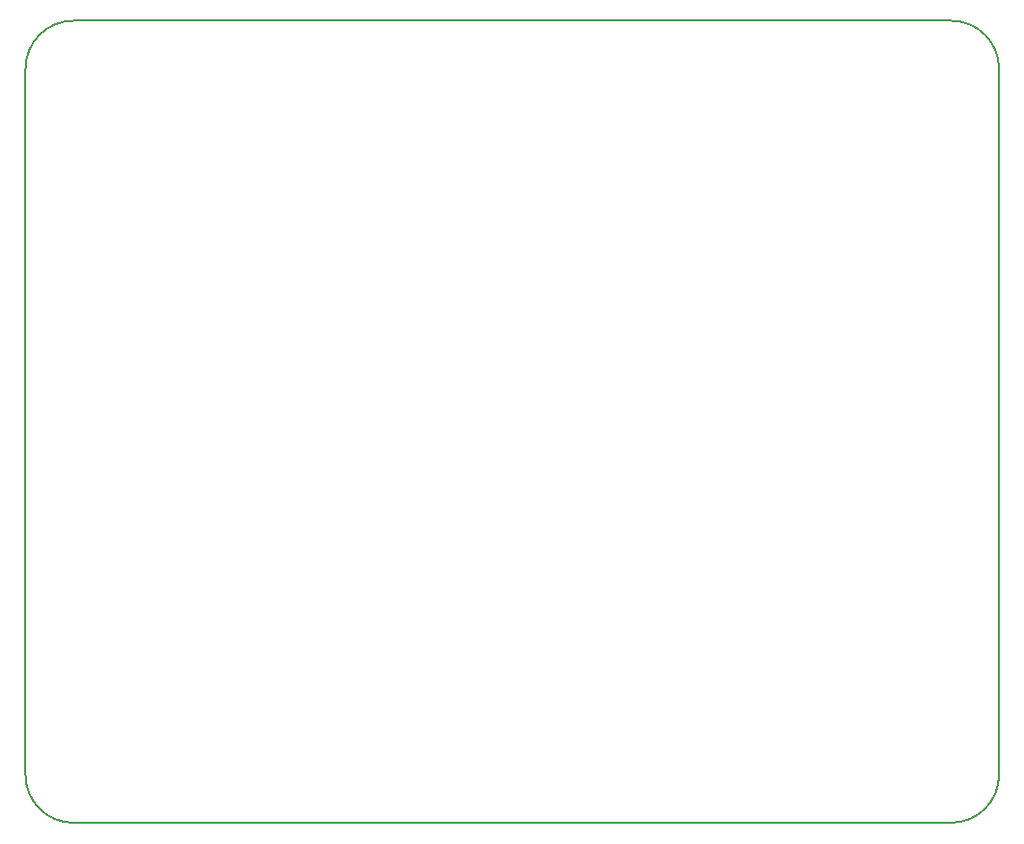
<source format=gbr>
%TF.GenerationSoftware,KiCad,Pcbnew,(5.99.0-8928-gc255dede17)*%
%TF.CreationDate,2021-02-24T20:07:14-08:00*%
%TF.ProjectId,smbpcb,736d6270-6362-42e6-9b69-6361645f7063,rev?*%
%TF.SameCoordinates,Original*%
%TF.FileFunction,Profile,NP*%
%FSLAX46Y46*%
G04 Gerber Fmt 4.6, Leading zero omitted, Abs format (unit mm)*
G04 Created by KiCad (PCBNEW (5.99.0-8928-gc255dede17)) date 2021-02-24 20:07:14*
%MOMM*%
%LPD*%
G01*
G04 APERTURE LIST*
%TA.AperFunction,Profile*%
%ADD10C,0.200000*%
%TD*%
G04 APERTURE END LIST*
D10*
X29095001Y-94885001D02*
G75*
G03*
X33295000Y-99085000I4199999J0D01*
G01*
X110295000Y-28685000D02*
X33295000Y-28685000D01*
X114495000Y-32885000D02*
X114495000Y-94885000D01*
X110295001Y-99084999D02*
G75*
G03*
X114495000Y-94885000I0J4199999D01*
G01*
X110295001Y-28684999D02*
G75*
G02*
X114495000Y-32885000I-1J-4200000D01*
G01*
X33294999Y-28685001D02*
G75*
G03*
X29095000Y-32885000I0J-4199999D01*
G01*
X33295000Y-99085000D02*
X110295001Y-99084999D01*
X29095000Y-32885000D02*
X29095000Y-94885000D01*
M02*

</source>
